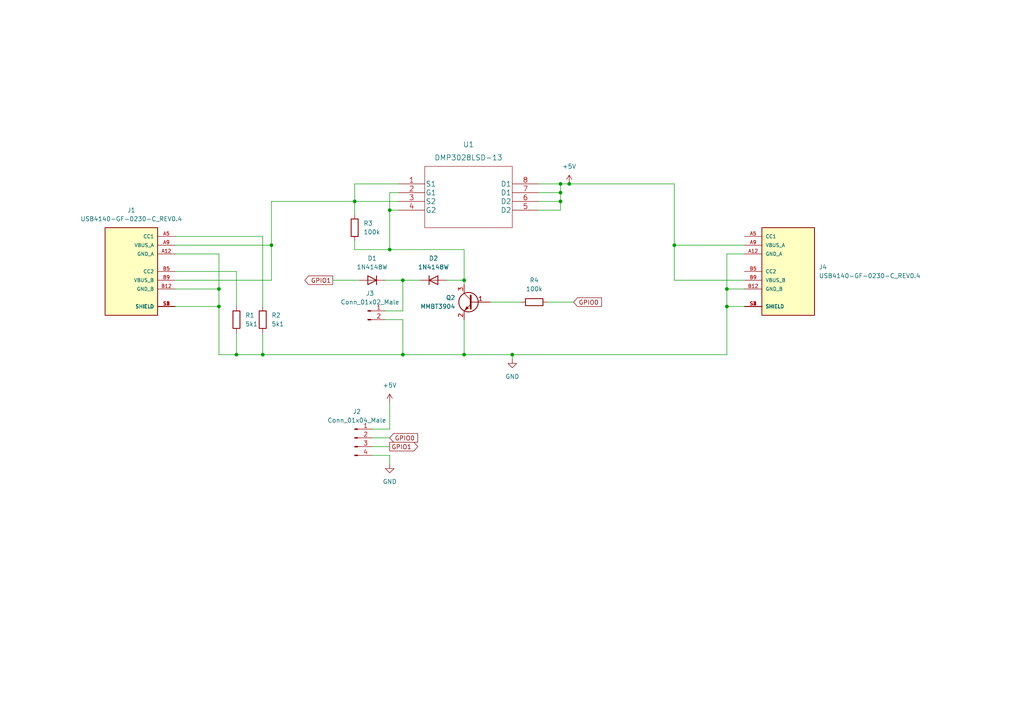
<source format=kicad_sch>
(kicad_sch (version 20211123) (generator eeschema)
  (paper "A4")
  (lib_symbols
    (symbol "2023-01-28_23-14-05:DMP3028LSD-13" (pin_names (offset 0.254))
      (property "Reference" "U" (at 20.32 10.16 0))
      (property "Value" "DMP3028LSD-13" (at 20.32 7.62 0))
      (symbol "DMP3028LSD-13_1_1"
        (polyline (pts (xy 7.62 -12.7) (xy 33.02 -12.7)) (stroke (width 0.127)))
        (polyline (pts (xy 7.62 5.08) (xy 7.62 -12.7)) (stroke (width 0.127)))
        (polyline (pts (xy 33.02 -12.7) (xy 33.02 5.08)) (stroke (width 0.127)))
        (polyline (pts (xy 33.02 5.08) (xy 7.62 5.08)) (stroke (width 0.127)))
        (pin unspecified line (at 0 0 0) (length 7.62) (name "S1") (number "1"))
        (pin unspecified line (at 0 -2.54 0) (length 7.62) (name "G1") (number "2"))
        (pin unspecified line (at 0 -5.08 0) (length 7.62) (name "S2") (number "3"))
        (pin unspecified line (at 0 -7.62 0) (length 7.62) (name "G2") (number "4"))
        (pin unspecified line (at 40.64 -7.62 180) (length 7.62) (name "D2") (number "5"))
        (pin unspecified line (at 40.64 -5.08 180) (length 7.62) (name "D2") (number "6"))
        (pin unspecified line (at 40.64 -2.54 180) (length 7.62) (name "D1") (number "7"))
        (pin unspecified line (at 40.64 0 180) (length 7.62) (name "D1") (number "8"))
      )
    )
    (symbol "Connector:Conn_01x02_Male" (pin_names (offset 1.016) hide)
      (property "Reference" "J" (at 0 2.54 0))
      (property "Value" "Conn_01x02_Male" (at 0 -5.08 0))
      (symbol "Conn_01x02_Male_1_1"
        (polyline (pts (xy 1.27 -2.54) (xy 0.8636 -2.54)) (stroke (width 0.1524)))
        (polyline (pts (xy 1.27 0) (xy 0.8636 0)) (stroke (width 0.1524)))
        (rectangle (start 0.8636 -2.413) (end 0 -2.667) (stroke (width 0.1524)) (fill (type outline)))
        (rectangle (start 0.8636 0.127) (end 0 -0.127) (stroke (width 0.1524)) (fill (type outline)))
        (pin passive line (at 5.08 0 180) (length 3.81) (name "Pin_1") (number "1"))
        (pin passive line (at 5.08 -2.54 180) (length 3.81) (name "Pin_2") (number "2"))
      )
    )
    (symbol "Connector:Conn_01x04_Male" (pin_names (offset 1.016) hide)
      (property "Reference" "J" (at 0 5.08 0))
      (property "Value" "Conn_01x04_Male" (at 0 -7.62 0))
      (symbol "Conn_01x04_Male_1_1"
        (polyline (pts (xy 1.27 -5.08) (xy 0.8636 -5.08)) (stroke (width 0.1524)))
        (polyline (pts (xy 1.27 -2.54) (xy 0.8636 -2.54)) (stroke (width 0.1524)))
        (polyline (pts (xy 1.27 0) (xy 0.8636 0)) (stroke (width 0.1524)))
        (polyline (pts (xy 1.27 2.54) (xy 0.8636 2.54)) (stroke (width 0.1524)))
        (rectangle (start 0.8636 -4.953) (end 0 -5.207) (stroke (width 0.1524)) (fill (type outline)))
        (rectangle (start 0.8636 -2.413) (end 0 -2.667) (stroke (width 0.1524)) (fill (type outline)))
        (rectangle (start 0.8636 0.127) (end 0 -0.127) (stroke (width 0.1524)) (fill (type outline)))
        (rectangle (start 0.8636 2.667) (end 0 2.413) (stroke (width 0.1524)) (fill (type outline)))
        (pin passive line (at 5.08 2.54 180) (length 3.81) (name "Pin_1") (number "1"))
        (pin passive line (at 5.08 0 180) (length 3.81) (name "Pin_2") (number "2"))
        (pin passive line (at 5.08 -2.54 180) (length 3.81) (name "Pin_3") (number "3"))
        (pin passive line (at 5.08 -5.08 180) (length 3.81) (name "Pin_4") (number "4"))
      )
    )
    (symbol "Device:R" (pin_numbers hide) (pin_names (offset 0))
      (property "Reference" "R" (at 2.032 0 90))
      (property "Value" "R" (at 0 0 90))
      (symbol "R_0_1"
        (rectangle (start -1.016 -2.54) (end 1.016 2.54) (stroke (width 0.254)))
      )
      (symbol "R_1_1"
        (pin passive line (at 0 3.81 270) (length 1.27) (name "~") (number "1"))
        (pin passive line (at 0 -3.81 90) (length 1.27) (name "~") (number "2"))
      )
    )
    (symbol "Diode:1N4148W" (pin_numbers hide) (pin_names hide)
      (property "Reference" "D" (at 0 2.54 0))
      (property "Value" "1N4148W" (at 0 -2.54 0))
      (symbol "1N4148W_0_1"
        (polyline (pts (xy -1.27 1.27) (xy -1.27 -1.27)) (stroke (width 0.254)))
        (polyline (pts (xy 1.27 0) (xy -1.27 0)))
        (polyline (pts (xy 1.27 1.27) (xy 1.27 -1.27) (xy -1.27 0) (xy 1.27 1.27)) (stroke (width 0.254)))
      )
      (symbol "1N4148W_1_1"
        (pin passive line (at -3.81 0 0) (length 2.54) (name "K") (number "1"))
        (pin passive line (at 3.81 0 180) (length 2.54) (name "A") (number "2"))
      )
    )
    (symbol "Transistor_BJT:MMBT3904" (pin_names (offset 0) hide)
      (property "Reference" "Q" (at 5.08 1.905 0))
      (property "Value" "MMBT3904" (at 5.08 0 0))
      (symbol "MMBT3904_0_1"
        (polyline (pts (xy 0.635 0.635) (xy 2.54 2.54)))
        (polyline (pts (xy 0.635 -0.635) (xy 2.54 -2.54) (xy 2.54 -2.54)))
        (polyline (pts (xy 0.635 1.905) (xy 0.635 -1.905) (xy 0.635 -1.905)) (stroke (width 0.508)))
        (polyline (pts (xy 1.27 -1.778) (xy 1.778 -1.27) (xy 2.286 -2.286) (xy 1.27 -1.778) (xy 1.27 -1.778)) (fill (type outline)))
        (circle (center 1.27 0) (radius 2.8194) (stroke (width 0.254)))
      )
      (symbol "MMBT3904_1_1"
        (pin input line (at -5.08 0 0) (length 5.715) (name "B") (number "1"))
        (pin passive line (at 2.54 -5.08 90) (length 2.54) (name "E") (number "2"))
        (pin passive line (at 2.54 5.08 270) (length 2.54) (name "C") (number "3"))
      )
    )
    (symbol "USB4140-GF-0230-C_REV0.4:USB4140-GF-0230-C_REV0.4" (pin_names (offset 1.016))
      (property "Reference" "J" (at -7.62 13.462 0))
      (property "Value" "USB4140-GF-0230-C_REV0.4" (at -7.62 -13.462 0))
      (symbol "USB4140-GF-0230-C_REV0.4_0_0"
        (rectangle (start -7.62 -12.7) (end 7.62 12.7) (stroke (width 0.254)) (fill (type background)))
        (pin power_in line (at -12.7 5.08 0) (length 5.08) (name "GND_A") (number "A12"))
        (pin bidirectional line (at -12.7 10.16 0) (length 5.08) (name "CC1") (number "A5"))
        (pin power_in line (at -12.7 7.62 0) (length 5.08) (name "VBUS_A") (number "A9"))
        (pin power_in line (at -12.7 -5.08 0) (length 5.08) (name "GND_B") (number "B12"))
        (pin bidirectional line (at -12.7 0 0) (length 5.08) (name "CC2") (number "B5"))
        (pin power_in line (at -12.7 -2.54 0) (length 5.08) (name "VBUS_B") (number "B9"))
        (pin passive line (at -12.7 -10.16 0) (length 5.08) (name "SHIELD") (number "S1"))
        (pin passive line (at -12.7 -10.16 0) (length 5.08) (name "SHIELD") (number "S2"))
        (pin passive line (at -12.7 -10.16 0) (length 5.08) (name "SHIELD") (number "S3"))
        (pin passive line (at -12.7 -10.16 0) (length 5.08) (name "SHIELD") (number "S4"))
      )
    )
    (symbol "power:+5V" (power) (pin_names (offset 0))
      (property "Value" "+5V" (at 0 3.556 0))
      (symbol "+5V_0_1"
        (polyline (pts (xy -0.762 1.27) (xy 0 2.54)))
        (polyline (pts (xy 0 0) (xy 0 2.54)))
        (polyline (pts (xy 0 2.54) (xy 0.762 1.27)))
      )
      (symbol "+5V_1_1"
        (pin power_in line (at 0 0 90) (length 0) hide (name "+5V") (number "1"))
      )
    )
    (symbol "power:GND" (power) (pin_names (offset 0))
      (property "Value" "GND" (at 0 -3.81 0))
      (symbol "GND_0_1"
        (polyline (pts (xy 0 0) (xy 0 -1.27) (xy 1.27 -1.27) (xy 0 -2.54) (xy -1.27 -1.27) (xy 0 -1.27)))
      )
      (symbol "GND_1_1"
        (pin power_in line (at 0 0 270) (length 0) hide (name "GND") (number "1"))
      )
    )
  )
  (junction (at 195.58 71.12))
  (junction (at 116.84 81.28))
  (junction (at 76.2 102.87))
  (junction (at 63.5 88.9))
  (junction (at 210.82 88.9))
  (junction (at 162.56 53.34))
  (junction (at 162.56 58.42))
  (junction (at 68.58 102.87))
  (junction (at 113.03 72.39))
  (junction (at 63.5 83.82))
  (junction (at 116.84 102.87))
  (junction (at 78.74 71.12))
  (junction (at 113.03 60.96))
  (junction (at 162.56 55.88))
  (junction (at 148.59 102.87))
  (junction (at 102.87 58.42))
  (junction (at 165.1 53.34))
  (junction (at 134.62 81.28))
  (junction (at 134.62 102.87))
  (junction (at 210.82 83.82))
  (wire (pts (xy 78.74 58.42) (xy 102.87 58.42)))
  (wire (pts (xy 50.8 73.66) (xy 63.5 73.66)))
  (wire (pts (xy 156.21 58.42) (xy 162.56 58.42)))
  (wire (pts (xy 63.5 102.87) (xy 68.58 102.87)))
  (wire (pts (xy 115.57 55.88) (xy 113.03 55.88)))
  (wire (pts (xy 115.57 53.34) (xy 102.87 53.34)))
  (wire (pts (xy 102.87 58.42) (xy 102.87 62.23)))
  (wire (pts (xy 162.56 55.88) (xy 162.56 53.34)))
  (wire (pts (xy 63.5 73.66) (xy 63.5 83.82)))
  (wire (pts (xy 76.2 96.52) (xy 76.2 102.87)))
  (wire (pts (xy 134.62 102.87) (xy 148.59 102.87)))
  (wire (pts (xy 116.84 81.28) (xy 116.84 90.17)))
  (wire (pts (xy 195.58 71.12) (xy 215.9 71.12)))
  (wire (pts (xy 162.56 58.42) (xy 162.56 55.88)))
  (wire (pts (xy 111.76 92.71) (xy 116.84 92.71)))
  (wire (pts (xy 195.58 81.28) (xy 195.58 71.12)))
  (wire (pts (xy 210.82 73.66) (xy 210.82 83.82)))
  (wire (pts (xy 111.76 90.17) (xy 116.84 90.17)))
  (wire (pts (xy 50.8 83.82) (xy 63.5 83.82)))
  (wire (pts (xy 63.5 83.82) (xy 63.5 88.9)))
  (wire (pts (xy 102.87 69.85) (xy 102.87 72.39)))
  (wire (pts (xy 111.76 81.28) (xy 116.84 81.28)))
  (wire (pts (xy 134.62 92.71) (xy 134.62 102.87)))
  (wire (pts (xy 63.5 88.9) (xy 63.5 102.87)))
  (wire (pts (xy 156.21 55.88) (xy 162.56 55.88)))
  (wire (pts (xy 156.21 53.34) (xy 162.56 53.34)))
  (wire (pts (xy 113.03 60.96) (xy 113.03 72.39)))
  (wire (pts (xy 215.9 73.66) (xy 210.82 73.66)))
  (wire (pts (xy 158.75 87.63) (xy 166.37 87.63)))
  (wire (pts (xy 116.84 102.87) (xy 134.62 102.87)))
  (wire (pts (xy 162.56 60.96) (xy 162.56 58.42)))
  (wire (pts (xy 116.84 81.28) (xy 121.92 81.28)))
  (wire (pts (xy 107.95 127) (xy 113.03 127)))
  (wire (pts (xy 195.58 53.34) (xy 195.58 71.12)))
  (wire (pts (xy 68.58 88.9) (xy 68.58 78.74)))
  (wire (pts (xy 156.21 60.96) (xy 162.56 60.96)))
  (wire (pts (xy 215.9 81.28) (xy 195.58 81.28)))
  (wire (pts (xy 142.24 87.63) (xy 151.13 87.63)))
  (wire (pts (xy 50.8 71.12) (xy 78.74 71.12)))
  (wire (pts (xy 115.57 60.96) (xy 113.03 60.96)))
  (wire (pts (xy 210.82 83.82) (xy 210.82 88.9)))
  (wire (pts (xy 68.58 96.52) (xy 68.58 102.87)))
  (wire (pts (xy 113.03 124.46) (xy 113.03 116.84)))
  (wire (pts (xy 215.9 83.82) (xy 210.82 83.82)))
  (wire (pts (xy 113.03 72.39) (xy 134.62 72.39)))
  (wire (pts (xy 50.8 88.9) (xy 63.5 88.9)))
  (wire (pts (xy 162.56 53.34) (xy 165.1 53.34)))
  (wire (pts (xy 102.87 72.39) (xy 113.03 72.39)))
  (wire (pts (xy 134.62 72.39) (xy 134.62 81.28)))
  (wire (pts (xy 68.58 102.87) (xy 76.2 102.87)))
  (wire (pts (xy 102.87 53.34) (xy 102.87 58.42)))
  (wire (pts (xy 107.95 129.54) (xy 113.03 129.54)))
  (wire (pts (xy 102.87 58.42) (xy 115.57 58.42)))
  (wire (pts (xy 129.54 81.28) (xy 134.62 81.28)))
  (wire (pts (xy 107.95 124.46) (xy 113.03 124.46)))
  (wire (pts (xy 113.03 55.88) (xy 113.03 60.96)))
  (wire (pts (xy 215.9 88.9) (xy 210.82 88.9)))
  (wire (pts (xy 50.8 81.28) (xy 78.74 81.28)))
  (wire (pts (xy 76.2 68.58) (xy 50.8 68.58)))
  (wire (pts (xy 148.59 102.87) (xy 148.59 104.14)))
  (wire (pts (xy 134.62 81.28) (xy 134.62 82.55)))
  (wire (pts (xy 78.74 81.28) (xy 78.74 71.12)))
  (wire (pts (xy 210.82 102.87) (xy 148.59 102.87)))
  (wire (pts (xy 107.95 132.08) (xy 113.03 132.08)))
  (wire (pts (xy 165.1 53.34) (xy 195.58 53.34)))
  (wire (pts (xy 78.74 58.42) (xy 78.74 71.12)))
  (wire (pts (xy 113.03 132.08) (xy 113.03 134.62)))
  (wire (pts (xy 116.84 92.71) (xy 116.84 102.87)))
  (wire (pts (xy 96.52 81.28) (xy 104.14 81.28)))
  (wire (pts (xy 76.2 68.58) (xy 76.2 88.9)))
  (wire (pts (xy 210.82 88.9) (xy 210.82 102.87)))
  (wire (pts (xy 76.2 102.87) (xy 116.84 102.87)))
  (wire (pts (xy 68.58 78.74) (xy 50.8 78.74)))
  (global_label "GPIO0" (shape input) (at 113.03 127 0) (property "Intersheet References" "${INTERSHEET_REFS}" (effects hide)))
  (global_label "GPIO0" (shape input) (at 166.37 87.63 0) (property "Intersheet References" "${INTERSHEET_REFS}" (effects hide)))
  (global_label "GPIO1" (shape output) (at 96.52 81.28 180) (property "Intersheet References" "${INTERSHEET_REFS}" (effects hide)))
  (global_label "GPIO1" (shape output) (at 113.03 129.54 0) (property "Intersheet References" "${INTERSHEET_REFS}" (effects hide)))
  (symbol (lib_id "USB4140-GF-0230-C_REV0.4:USB4140-GF-0230-C_REV0.4") (at 38.1 78.74 0) (mirror y) (unit 1)
    (property "Reference" "J1" (at 38.1 60.96 0))
    (property "Value" "USB4140-GF-0230-C_REV0.4" (at 38.1 63.5 0))
    (property "Footprint" "USB4140-GF-0230-C_REV0:GCT_USB4140-GF-0230-C_REV0.4" (effects hide))
    (property "STANDARD" "Manufacturer Recommendations" (effects hide))
    (property "MAXIMUM_PACKAGE_HEIGHT" "6.7mm" (effects hide))
    (property "PARTREV" "0.4" (effects hide))
    (property "MANUFACTURER" "GCT" (effects hide))
  )
  (symbol (lib_id "Device:R") (at 154.94 87.63 270) (unit 1)
    (property "Reference" "R4" (at 154.94 81.28 90))
    (property "Value" "100k" (at 154.94 83.82 90))
    (property "Footprint" "Resistor_SMD:R_0805_2012Metric" (effects hide))
  )
  (symbol (lib_id "power:GND") (at 148.59 104.14 0) (unit 1)
    (property "Reference" "#PWR03" (effects hide))
    (property "Value" "GND" (at 148.59 109.22 0))
  )
  (symbol (lib_id "Connector:Conn_01x04_Male") (at 102.87 127 0) (unit 1)
    (property "Reference" "J2" (at 103.505 119.38 0))
    (property "Value" "Conn_01x04_Male" (at 103.505 121.92 0))
    (property "Footprint" "Connector_PinHeader_2.54mm:PinHeader_1x04_P2.54mm_Vertical" (effects hide))
  )
  (symbol (lib_id "2023-01-28_23-14-05:DMP3028LSD-13") (at 115.57 53.34 0) (unit 1)
    (property "Reference" "U1" (at 135.89 41.91 0) (effects (font (size 1.524 1.524))))
    (property "Value" "DMP3028LSD-13" (at 135.89 45.72 0) (effects (font (size 1.524 1.524))))
    (property "Footprint" "footprints:DMP3028LSD-13" (effects hide))
  )
  (symbol (lib_id "Device:R") (at 76.2 92.71 0) (unit 1)
    (property "Reference" "R2" (at 78.74 91.4399 0) (effects (justify left)))
    (property "Value" "5k1" (at 78.74 93.9799 0) (effects (justify left)))
    (property "Footprint" "Resistor_SMD:R_0805_2012Metric" (effects hide))
  )
  (symbol (lib_id "Connector:Conn_01x02_Male") (at 106.68 90.17 0) (unit 1)
    (property "Reference" "J3" (at 107.315 85.09 0))
    (property "Value" "Conn_01x02_Male" (at 107.315 87.63 0))
    (property "Footprint" "Connector_PinHeader_2.54mm:PinHeader_1x02_P2.54mm_Vertical" (effects hide))
  )
  (symbol (lib_id "Device:R") (at 102.87 66.04 0) (unit 1)
    (property "Reference" "R3" (at 105.41 64.7699 0) (effects (justify left)))
    (property "Value" "100k" (at 105.41 67.3099 0) (effects (justify left)))
    (property "Footprint" "Resistor_SMD:R_0805_2012Metric" (effects hide))
  )
  (symbol (lib_id "Device:R") (at 68.58 92.71 0) (unit 1)
    (property "Reference" "R1" (at 71.12 91.4399 0) (effects (justify left)))
    (property "Value" "5k1" (at 71.12 93.9799 0) (effects (justify left)))
    (property "Footprint" "Resistor_SMD:R_0805_2012Metric" (effects hide))
  )
  (symbol (lib_id "power:GND") (at 113.03 134.62 0) (unit 1)
    (property "Reference" "#PWR02" (effects hide))
    (property "Value" "GND" (at 113.03 139.7 0))
  )
  (symbol (lib_id "Diode:1N4148W") (at 125.73 81.28 0) (unit 1)
    (property "Reference" "D2" (at 125.73 74.93 0))
    (property "Value" "1N4148W" (at 125.73 77.47 0))
    (property "Footprint" "Diode_SMD:D_SOD-123" (effects hide))
    (property "Datasheet" "https://www.vishay.com/docs/85748/1n4148w.pdf" (effects hide))
  )
  (symbol (lib_id "Transistor_BJT:MMBT3904") (at 137.16 87.63 0) (mirror y) (unit 1)
    (property "Reference" "Q2" (at 132.08 86.3599 0) (effects (justify left)))
    (property "Value" "MMBT3904" (at 132.08 88.8999 0) (effects (justify left)))
    (property "Footprint" "Package_TO_SOT_SMD:SOT-23" (effects hide))
    (property "Datasheet" "https://www.onsemi.com/pub/Collateral/2N3903-D.PDF" (effects hide))
  )
  (symbol (lib_id "power:+5V") (at 165.1 53.34 0) (unit 1)
    (property "Reference" "#PWR04" (effects hide))
    (property "Value" "+5V" (at 165.1 48.26 0))
  )
  (symbol (lib_id "USB4140-GF-0230-C_REV0.4:USB4140-GF-0230-C_REV0.4") (at 228.6 78.74 0) (unit 1)
    (property "Reference" "J4" (at 237.49 77.4699 0) (effects (justify left)))
    (property "Value" "USB4140-GF-0230-C_REV0.4" (at 237.49 80.0099 0) (effects (justify left)))
    (property "Footprint" "USB4140-GF-0230-C_REV0:GCT_USB4140-GF-0230-C_REV0.4" (effects hide))
    (property "STANDARD" "Manufacturer Recommendations" (effects hide))
    (property "MAXIMUM_PACKAGE_HEIGHT" "6.7mm" (effects hide))
    (property "PARTREV" "0.4" (effects hide))
    (property "MANUFACTURER" "GCT" (effects hide))
  )
  (symbol (lib_id "Diode:1N4148W") (at 107.95 81.28 0) (mirror y) (unit 1)
    (property "Reference" "D1" (at 107.95 74.93 0))
    (property "Value" "1N4148W" (at 107.95 77.47 0))
    (property "Footprint" "Diode_SMD:D_SOD-123" (effects hide))
    (property "Datasheet" "https://www.vishay.com/docs/85748/1n4148w.pdf" (effects hide))
  )
  (symbol (lib_id "power:+5V") (at 113.03 116.84 0) (unit 1)
    (property "Reference" "#PWR01" (effects hide))
    (property "Value" "+5V" (at 113.03 111.76 0))
  )
)
</source>
